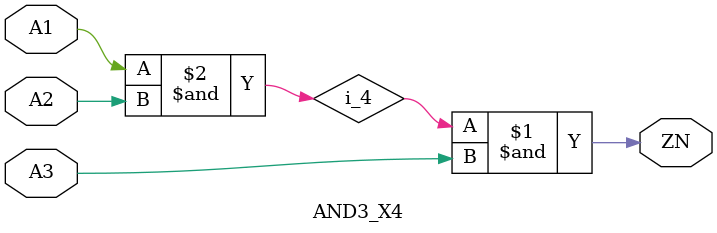
<source format=v>
module AND3_X4 (A1, A2, A3, ZN);
  input A1;
  input A2;
  input A3;
  output ZN;
  and(ZN, i_4, A3);
  and(i_4, A1, A2);
  specify
    (A1 => ZN) = (0.1, 0.1);
    (A2 => ZN) = (0.1, 0.1);
    (A3 => ZN) = (0.1, 0.1);
  endspecify
endmodule
</source>
